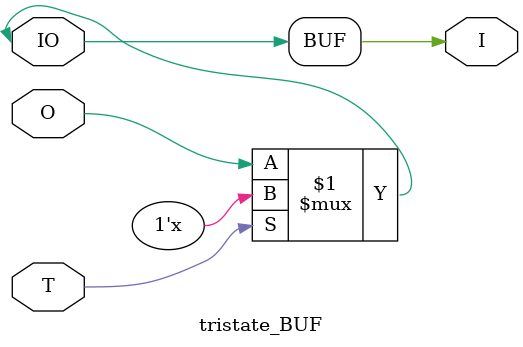
<source format=v>
module tristate_BUF (
  output wire  I,
  input  wire  O,
  input  wire  T,
  inout  wire  IO
);

  assign I = IO;
  assign IO = T ? 1'bz : O;

endmodule
</source>
